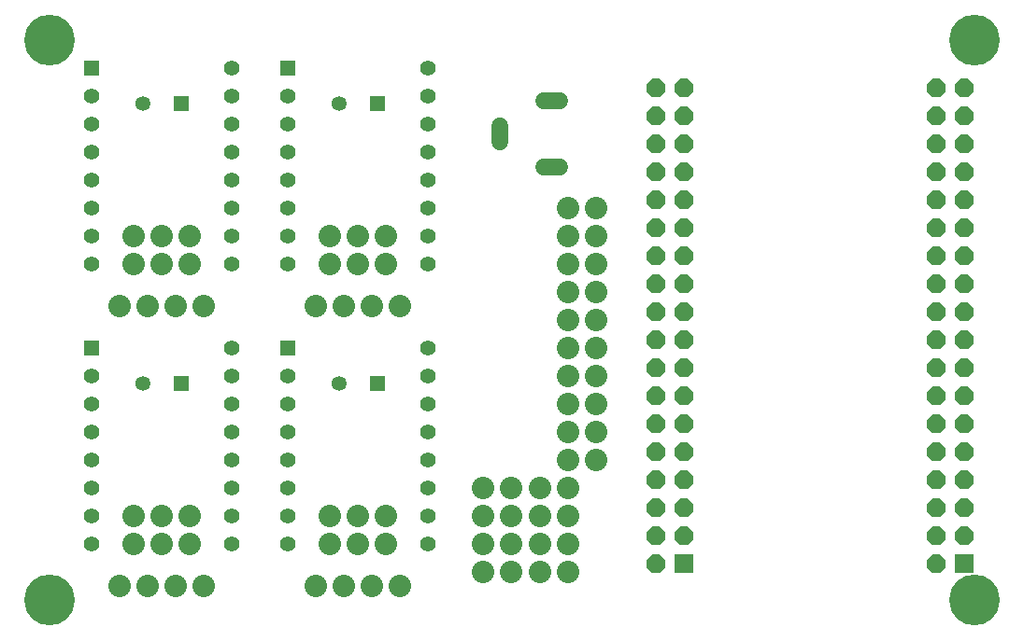
<source format=gbr>
G04 EAGLE Gerber RS-274X export*
G75*
%MOMM*%
%FSLAX34Y34*%
%LPD*%
%INSoldermask Bottom*%
%IPPOS*%
%AMOC8*
5,1,8,0,0,1.08239X$1,22.5*%
G01*
%ADD10R,1.397000X1.397000*%
%ADD11C,1.397000*%
%ADD12R,1.352400X1.352400*%
%ADD13C,1.352400*%
%ADD14C,2.032000*%
%ADD15C,4.597400*%
%ADD16R,1.676400X1.676400*%
%ADD17P,1.814519X8X112.500000*%
%ADD18C,1.552400*%


D10*
X63500Y508000D03*
D11*
X63500Y482600D03*
X63500Y457200D03*
X63500Y431800D03*
X63500Y406400D03*
X63500Y381000D03*
X63500Y355600D03*
X63500Y330200D03*
X190500Y330200D03*
X190500Y355600D03*
X190500Y381000D03*
X190500Y406400D03*
X190500Y431800D03*
X190500Y457200D03*
X190500Y482600D03*
X190500Y508000D03*
D12*
X144500Y476250D03*
D13*
X109500Y476250D03*
D14*
X88900Y292100D03*
X114300Y292100D03*
X139700Y292100D03*
X165100Y292100D03*
X101600Y330200D03*
X101600Y355600D03*
X127000Y330200D03*
X127000Y355600D03*
X152400Y330200D03*
X152400Y355600D03*
D10*
X241300Y508000D03*
D11*
X241300Y482600D03*
X241300Y457200D03*
X241300Y431800D03*
X241300Y406400D03*
X241300Y381000D03*
X241300Y355600D03*
X241300Y330200D03*
X368300Y330200D03*
X368300Y355600D03*
X368300Y381000D03*
X368300Y406400D03*
X368300Y431800D03*
X368300Y457200D03*
X368300Y482600D03*
X368300Y508000D03*
D12*
X322300Y476250D03*
D13*
X287300Y476250D03*
D14*
X266700Y292100D03*
X292100Y292100D03*
X317500Y292100D03*
X342900Y292100D03*
X279400Y330200D03*
X279400Y355600D03*
X304800Y330200D03*
X304800Y355600D03*
X330200Y330200D03*
X330200Y355600D03*
D10*
X63500Y254000D03*
D11*
X63500Y228600D03*
X63500Y203200D03*
X63500Y177800D03*
X63500Y152400D03*
X63500Y127000D03*
X63500Y101600D03*
X63500Y76200D03*
X190500Y76200D03*
X190500Y101600D03*
X190500Y127000D03*
X190500Y152400D03*
X190500Y177800D03*
X190500Y203200D03*
X190500Y228600D03*
X190500Y254000D03*
D12*
X144500Y222250D03*
D13*
X109500Y222250D03*
D14*
X88900Y38100D03*
X114300Y38100D03*
X139700Y38100D03*
X165100Y38100D03*
X101600Y76200D03*
X101600Y101600D03*
X127000Y76200D03*
X127000Y101600D03*
X152400Y76200D03*
X152400Y101600D03*
D10*
X241300Y254000D03*
D11*
X241300Y228600D03*
X241300Y203200D03*
X241300Y177800D03*
X241300Y152400D03*
X241300Y127000D03*
X241300Y101600D03*
X241300Y76200D03*
X368300Y76200D03*
X368300Y101600D03*
X368300Y127000D03*
X368300Y152400D03*
X368300Y177800D03*
X368300Y203200D03*
X368300Y228600D03*
X368300Y254000D03*
D12*
X322300Y222250D03*
D13*
X287300Y222250D03*
D14*
X266700Y38100D03*
X292100Y38100D03*
X317500Y38100D03*
X342900Y38100D03*
X279400Y76200D03*
X279400Y101600D03*
X304800Y76200D03*
X304800Y101600D03*
X330200Y76200D03*
X330200Y101600D03*
X520700Y381000D03*
X495300Y381000D03*
X520700Y355600D03*
X495300Y355600D03*
X520700Y330200D03*
X495300Y330200D03*
X520700Y304800D03*
X495300Y304800D03*
X520700Y279400D03*
X495300Y279400D03*
X520700Y254000D03*
X495300Y254000D03*
X520700Y228600D03*
X495300Y228600D03*
X520700Y203200D03*
X495300Y203200D03*
X520700Y177800D03*
X495300Y177800D03*
X520700Y152400D03*
X495300Y152400D03*
X417830Y127000D03*
X443230Y127000D03*
X417830Y101600D03*
X443230Y101600D03*
X417830Y76200D03*
X443230Y76200D03*
X417830Y50800D03*
X443230Y50800D03*
X495300Y50800D03*
X469900Y50800D03*
X495300Y76200D03*
X469900Y76200D03*
X495300Y101600D03*
X469900Y101600D03*
X495300Y127000D03*
X469900Y127000D03*
D15*
X25400Y533400D03*
X25400Y25400D03*
X863600Y25400D03*
X863600Y533400D03*
D16*
X853700Y59100D03*
D17*
X828300Y59100D03*
X853700Y84500D03*
X828300Y84500D03*
X853700Y109900D03*
X828300Y109900D03*
X853700Y135300D03*
X828300Y135300D03*
X853700Y160700D03*
X828300Y160700D03*
X853700Y186100D03*
X828300Y186100D03*
X853700Y211500D03*
X828300Y211500D03*
X853700Y236900D03*
X828300Y236900D03*
X853700Y262300D03*
X828300Y262300D03*
X853700Y287700D03*
X828300Y287700D03*
X853700Y313100D03*
X828300Y313100D03*
X853700Y338500D03*
X828300Y338500D03*
X853700Y363900D03*
X828300Y363900D03*
X853700Y389300D03*
X828300Y389300D03*
X853700Y414700D03*
X828300Y414700D03*
X853700Y440100D03*
X828300Y440100D03*
X853700Y465500D03*
X828300Y465500D03*
X853700Y490900D03*
X828300Y490900D03*
D16*
X599700Y59100D03*
D17*
X574300Y59100D03*
X599700Y84500D03*
X574300Y84500D03*
X599700Y109900D03*
X574300Y109900D03*
X599700Y135300D03*
X574300Y135300D03*
X599700Y160700D03*
X574300Y160700D03*
X599700Y186100D03*
X574300Y186100D03*
X599700Y211500D03*
X574300Y211500D03*
X599700Y236900D03*
X574300Y236900D03*
X599700Y262300D03*
X574300Y262300D03*
X599700Y287700D03*
X574300Y287700D03*
X599700Y313100D03*
X574300Y313100D03*
X599700Y338500D03*
X574300Y338500D03*
X599700Y363900D03*
X574300Y363900D03*
X599700Y389300D03*
X574300Y389300D03*
X599700Y414700D03*
X574300Y414700D03*
X599700Y440100D03*
X574300Y440100D03*
X599700Y465500D03*
X574300Y465500D03*
X599700Y490900D03*
X574300Y490900D03*
D18*
X487060Y418870D02*
X473060Y418870D01*
X473060Y478870D02*
X487060Y478870D01*
X433060Y455870D02*
X433060Y441870D01*
M02*

</source>
